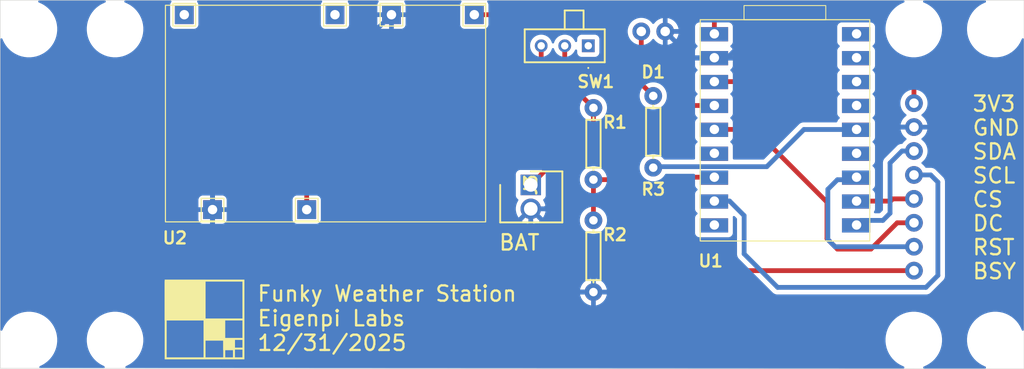
<source format=kicad_pcb>
(kicad_pcb (version 20241229) (generator "pcbnew") (generator_version "9.0")
  (title_block (title "Funky Weather Station") (date "2026-01-02") (rev "V1.10") (company "Eigenpi Labs"))
  (layers (0 "F.Cu" signal) (2 "B.Cu" signal) (13 "F.Paste" user) (15 "B.Paste" user) (5 "F.SilkS" user "F.Silkscreen") (7 "B.SilkS" user "B.Silkscreen") (1 "F.Mask" user) (3 "B.Mask" user) (25 "Edge.Cuts" user))
  (net 0 "")
  (net 1 "GND")
  (net 2 "/D{slash}C")
  (net 3 "/3.3V")
  (net 4 "/SDA")
  (net 6 "5V")
  (net 8 "Net-(U1-IO10)")
  (net 9 "/SCL")
  (net 11 "/BAT_LEVEL")
  (net 12 "/CS")
  (net 14 "/RES")
  (net 18 "/BUSY")
  (net 19 "/BAT_OUT")
  (net 20 "Net-(D1-A)")
  (net 24 "/BAT+")
  (footprint "SparkFun-Hardware:Standoff_Hole-2.75mm_Clearance-1.625mm" (layer "F.Cu") (at 189.992 99.06)
    (property "Reference" "ST2")
    (property "Value" "Standoff" (hide yes))
    (pad "" np_thru_hole circle (at 0 0) (size 2.75 2.75) (drill 2.75) (layers "*.Cu" "*.Mask") (clearance 1.625))
  )
  (footprint "SparkFun-Hardware:Standoff_Hole-2.75mm_Clearance-1.625mm" (layer "F.Cu") (at 96.52 99.06)
    (property "Reference" "ST5")
    (property "Value" "Standoff" (hide yes))
    (pad "" np_thru_hole circle (at 0 0) (size 2.75 2.75) (drill 2.75) (layers "*.Cu" "*.Mask") (clearance 1.625))
  )
  (footprint "SparkFun-Hardware:Standoff_Hole-2.75mm_Clearance-1.625mm" (layer "F.Cu") (at 87.376 132.08)
    (property "Reference" "ST4")
    (property "Value" "Standoff" (hide yes))
    (pad "" np_thru_hole circle (at 0 0) (size 2.75 2.75) (drill 2.75) (layers "*.Cu" "*.Mask") (clearance 1.625))
  )
  (footprint "SparkFun-Connector:1x08_P2.54mm" (layer "F.Cu") (at 181.356 106.934 -90)
    (property "Reference" "J1")
    (property "Value" "Conn_01x08" (hide yes))
    (pad "1" thru_hole circle (at 0 0) (size 1.8796 1.8796) (drill 1.016) (layers "*.Cu" "*.Mask") (net 3 "/3.3V"))
    (pad "2" thru_hole circle (at 2.54 0) (size 1.8796 1.8796) (drill 1.016) (layers "*.Cu" "*.Mask") (net 1 "GND"))
    (pad "3" thru_hole circle (at 5.08 0) (size 1.8796 1.8796) (drill 1.016) (layers "*.Cu" "*.Mask") (net 4 "/SDA"))
    (pad "4" thru_hole circle (at 7.62 0) (size 1.8796 1.8796) (drill 1.016) (layers "*.Cu" "*.Mask") (net 9 "/SCL"))
    (pad "5" thru_hole circle (at 10.16 0) (size 1.8796 1.8796) (drill 1.016) (layers "*.Cu" "*.Mask") (net 12 "/CS"))
    (pad "6" thru_hole circle (at 12.7 0) (size 1.8796 1.8796) (drill 1.016) (layers "*.Cu" "*.Mask") (net 2 "/D{slash}C"))
    (pad "7" thru_hole circle (at 15.24 0) (size 1.8796 1.8796) (drill 1.016) (layers "*.Cu" "*.Mask") (net 14 "/RES"))
    (pad "8" thru_hole circle (at 17.78 0) (size 1.8796 1.8796) (drill 1.016) (layers "*.Cu" "*.Mask") (net 18 "/BUSY"))
  )
  (footprint "SparkFun-Hardware:Standoff_Hole-2.75mm_Clearance-1.625mm" (layer "F.Cu") (at 96.52 132.08)
    (property "Reference" "ST8")
    (property "Value" "Standoff" (hide yes))
    (pad "" np_thru_hole circle (at 0 0) (size 2.75 2.75) (drill 2.75) (layers "*.Cu" "*.Mask") (clearance 1.625))
  )
  (footprint "SparkFun-Hardware:Standoff_Hole-2.75mm_Clearance-1.625mm" (layer "F.Cu") (at 181.336 132.08)
    (property "Reference" "ST7")
    (property "Value" "Standoff" (hide yes))
    (pad "" np_thru_hole circle (at 0 0) (size 2.75 2.75) (drill 2.75) (layers "*.Cu" "*.Mask") (clearance 1.625))
  )
  (footprint "SamacSys_Parts:SHDR2W87P0X254_1X2_493X635X1105P" (layer "F.Cu") (at 140.666 115.61275 -90)
    (property "Reference" "J3" (at 0 0 90) (layer "F.SilkS") (effects (font (size 1.27 1.27) (thickness 0.254))))
    (property "Value" "22-23-2021" (hide yes))
    (fp_line (start 0 3.25) (end 3.978 3.25) (stroke (width 0.2)) (layer "F.SilkS"))
    (fp_line (start 3.978 3.25) (end 3.978 -3.35) (stroke (width 0.2)) (layer "F.SilkS"))
    (fp_line (start -1.4375 -3.35) (end -1.4375 0) (stroke (width 0.2)) (layer "F.SilkS"))
    (fp_line (start 3.978 -3.35) (end -1.4375 -3.35) (stroke (width 0.2)) (layer "F.SilkS"))
    (pad "1" thru_hole rect (at 0 0 270) (size 2.175 2.175) (drill 1.45) (layers "*.Cu" "*.Mask") (net 19 "/BAT_OUT"))
    (pad "2" thru_hole circle (at 2.54 0 270) (size 2.175 2.175) (drill 1.45) (layers "*.Cu" "*.Mask") (net 1 "GND"))
  )
  (footprint "SparkFun-Resistor:R_Axial_DIN0207_L6.3mm_D2.5mm_P7.62mm_Horizontal" (layer "F.Cu") (at 153.67 109.982 90)
    (property "Reference" "R3" (at -6.096 0 180) (layer "F.SilkS") (effects (font (size 1.27 1.27) (thickness 0.254) (bold yes))))
    (property "Value" "330" (hide yes))
    (fp_line (start 2.55 -0.762) (end 2.55 0) (stroke (width 0.2032)) (layer "F.SilkS"))
    (fp_line (start -2.53 -0.762) (end 2.55 -0.762) (stroke (width 0.2032)) (layer "F.SilkS"))
    (fp_line (start 2.55 0) (end 2.804 0) (stroke (width 0.2032)) (layer "F.SilkS"))
    (fp_line (start 2.55 0) (end 2.55 0.762) (stroke (width 0.2032)) (layer "F.SilkS"))
    (fp_line (start -2.53 0) (end -2.53 -0.762) (stroke (width 0.2032)) (layer "F.SilkS"))
    (fp_line (start -2.53 0) (end -2.784 0) (stroke (width 0.2032)) (layer "F.SilkS"))
    (fp_line (start 2.55 0.762) (end -2.53 0.762) (stroke (width 0.2032)) (layer "F.SilkS"))
    (fp_line (start -2.53 0.762) (end -2.53 0) (stroke (width 0.2032)) (layer "F.SilkS"))
    (pad "1" thru_hole circle (at -3.8 0 90) (size 1.8796 1.8796) (drill 0.9) (layers "*.Cu" "*.Mask") (net 8 "Net-(U1-IO10)"))
    (pad "2" thru_hole circle (at 3.82 0 90) (size 1.8796 1.8796) (drill 0.9) (layers "*.Cu" "*.Mask") (net 20 "Net-(D1-A)"))
  )
  (footprint "SparkFun-Hardware:Standoff_Hole-2.75mm_Clearance-1.625mm" (layer "F.Cu") (at 87.376 99.06)
    (property "Reference" "ST1")
    (property "Value" "Standoff" (hide yes))
    (pad "" np_thru_hole circle (at 0 0) (size 2.75 2.75) (drill 2.75) (layers "*.Cu" "*.Mask") (clearance 1.625))
  )
  (footprint "SamacSys_Parts:MHSS1105A" (layer "F.Cu") (at 146.772 100.838 90)
    (property "Reference" "SW1" (at -3.81 0.802 180) (layer "F.SilkS") (effects (font (size 1.27 1.27) (thickness 0.254))))
    (property "Value" "MHSS1105A" (hide yes))
    (fp_line (start 1.75 -6.75) (end 1.75 1.75) (stroke (width 0.2)) (layer "F.SilkS"))
    (fp_line (start -1.75 -6.75) (end 1.75 -6.75) (stroke (width 0.2)) (layer "F.SilkS"))
    (fp_line (start 3.75 -2.5) (end 3.75 -0.5) (stroke (width 0.2)) (layer "F.SilkS"))
    (fp_line (start 1.75 -2.5) (end 3.75 -2.5) (stroke (width 0.2)) (layer "F.SilkS"))
    (fp_line (start 3.75 -0.5) (end 1.75 -0.5) (stroke (width 0.2)) (layer "F.SilkS"))
    (fp_line (start -2.3 0) (end -2.3 0) (stroke (width 0.1)) (layer "F.SilkS"))
    (fp_line (start -2.4 0) (end -2.4 0) (stroke (width 0.1)) (layer "F.SilkS"))
    (fp_line (start 1.75 1.75) (end -1.75 1.75) (stroke (width 0.2)) (layer "F.SilkS"))
    (fp_line (start -1.75 1.75) (end -1.75 -6.75) (stroke (width 0.2)) (layer "F.SilkS"))
    (fp_arc (start -2.3 0) (mid -2.35 0.05) (end -2.4 0) (stroke (width 0.1)) (layer "F.SilkS"))
    (fp_arc (start -2.4 0) (mid -2.35 -0.05) (end -2.3 0) (stroke (width 0.1)) (layer "F.SilkS"))
    (pad "1" thru_hole rect (at 0 0 90) (size 1.354 1.354) (drill 0.79) (layers "*.Cu" "*.Mask"))
    (pad "2" thru_hole circle (at 0 -2.5 90) (size 1.354 1.354) (drill 0.79) (layers "*.Cu" "*.Mask") (net 19 "/BAT_OUT"))
    (pad "3" thru_hole circle (at 0 -5 90) (size 1.354 1.354) (drill 0.79) (layers "*.Cu" "*.Mask") (net 24 "/BAT+"))
  )
  (footprint "SparkFun-Resistor:R_Axial_DIN0207_L6.3mm_D2.5mm_P7.62mm_Horizontal" (layer "F.Cu") (at 147.32 111.252 90)
    (property "Reference" "R1" (at 2.286 2.286 180) (layer "F.SilkS") (effects (font (size 1.27 1.27) (thickness 0.254) (bold yes))))
    (property "Value" "10k" (hide yes))
    (fp_line (start 2.55 -0.762) (end 2.55 0) (stroke (width 0.2032)) (layer "F.SilkS"))
    (fp_line (start -2.53 -0.762) (end 2.55 -0.762) (stroke (width 0.2032)) (layer "F.SilkS"))
    (fp_line (start 2.55 0) (end 2.804 0) (stroke (width 0.2032)) (layer "F.SilkS"))
    (fp_line (start 2.55 0) (end 2.55 0.762) (stroke (width 0.2032)) (layer "F.SilkS"))
    (fp_line (start -2.53 0) (end -2.53 -0.762) (stroke (width 0.2032)) (layer "F.SilkS"))
    (fp_line (start -2.53 0) (end -2.784 0) (stroke (width 0.2032)) (layer "F.SilkS"))
    (fp_line (start 2.55 0.762) (end -2.53 0.762) (stroke (width 0.2032)) (layer "F.SilkS"))
    (fp_line (start -2.53 0.762) (end -2.53 0) (stroke (width 0.2032)) (layer "F.SilkS"))
    (pad "1" thru_hole circle (at -3.8 0 90) (size 1.8796 1.8796) (drill 0.9) (layers "*.Cu" "*.Mask") (net 11 "/BAT_LEVEL"))
    (pad "2" thru_hole circle (at 3.82 0 90) (size 1.8796 1.8796) (drill 0.9) (layers "*.Cu" "*.Mask") (net 19 "/BAT_OUT"))
  )
  (footprint "SparkFun-LED:LED_5mm_PTH_Red_NoSilk" (layer "F.Cu") (at 153.67 99.314)
    (property "Reference" "D1" (at 0 4.318 0) (layer "F.SilkS") (effects (font (size 1.27 1.27) (thickness 0.254) (bold yes))))
    (property "Value" "Red" (hide yes))
    (pad "1" thru_hole circle (at 1.27 0) (size 1.8796 1.8796) (drill 1.016) (layers "*.Cu" "*.Mask") (net 1 "GND"))
    (pad "2" thru_hole circle (at -1.27 0) (size 1.8796 1.8796) (drill 1.016) (layers "*.Cu" "*.Mask") (net 20 "Net-(D1-A)"))
  )
  (footprint "Waveshare:Waveshare-ESP32-C3-Zero" (layer "F.Cu") (at 167.16 109.568)
    (property "Reference" "U1" (at -7.394 14.125 0) (layer "F.SilkS") (effects (font (size 1.27 1.27) (thickness 0.254) (bold yes))))
    (property "Value" "ESP32-S3-Zero")
    (fp_rect (start -8.5 -11.5) (end 9.5 12) (stroke (width 0.12)) (fill no) (layer "F.SilkS"))
    (fp_rect (start -3.85 -11.5) (end 4.83 -13) (stroke (width 0.1)) (fill no) (layer "F.SilkS"))
    (pad "1" thru_hole rect (at -7 -10) (size 3.01 1.51) (drill 1 (offset -0.045 0.045)) (layers "*.Cu" "*.Mask") (net 6 "5V"))
    (pad "2" thru_hole rect (at -7 -7.4625) (size 3.01 1.51) (drill 1 (offset -0.045 0.045)) (layers "*.Cu" "*.Mask") (net 1 "GND"))
    (pad "3" thru_hole rect (at -7 -4.925) (size 3.01 1.51) (drill 1 (offset -0.045 0.045)) (layers "*.Cu" "*.Mask") (net 3 "/3.3V"))
    (pad "4" thru_hole rect (at -7 -2.3875) (size 3.01 1.51) (drill 1 (offset -0.045 0.045)) (layers "*.Cu" "*.Mask") (net 11 "/BAT_LEVEL"))
    (pad "5" thru_hole rect (at -7 0.15) (size 3.01 1.51) (drill 1 (offset -0.045 0.045)) (layers "*.Cu" "*.Mask") (net 2 "/D{slash}C"))
    (pad "6" thru_hole rect (at -7 2.6875) (size 3.01 1.51) (drill 1 (offset -0.045 0.045)) (layers "*.Cu" "*.Mask"))
    (pad "7" thru_hole rect (at -7 5.225) (size 3.01 1.51) (drill 1 (offset -0.045 0.045)) (layers "*.Cu" "*.Mask") (net 18 "/BUSY"))
    (pad "8" thru_hole rect (at -7 7.7625) (size 3.01 1.51) (drill 1 (offset -0.045 0.045)) (layers "*.Cu" "*.Mask") (net 9 "/SCL"))
    (pad "9" thru_hole rect (at -7 10.3) (size 3.01 1.51) (drill 1 (offset -0.045 0.045)) (layers "*.Cu" "*.Mask"))
    (pad "10" thru_hole rect (at 8.1 10.3) (size 3.01 1.51) (drill 1 (offset -0.045 0.045)) (layers "*.Cu" "*.Mask") (net 4 "/SDA"))
    (pad "11" thru_hole rect (at 8.1 7.7625) (size 3.01 1.51) (drill 1 (offset -0.045 0.045)) (layers "*.Cu" "*.Mask") (net 12 "/CS"))
    (pad "12" thru_hole rect (at 8.1 5.225) (size 3.01 1.51) (drill 1 (offset -0.045 0.045)) (layers "*.Cu" "*.Mask") (net 14 "/RES"))
    (pad "13" thru_hole rect (at 8.1 2.6875) (size 3.01 1.51) (drill 1 (offset -0.045 0.045)) (layers "*.Cu" "*.Mask"))
    (pad "14" thru_hole rect (at 8.1 0.15) (size 3.01 1.51) (drill 1 (offset -0.045 0.045)) (layers "*.Cu" "*.Mask") (net 8 "Net-(U1-IO10)"))
    (pad "15" thru_hole rect (at 8.1 -2.3875) (size 3.01 1.51) (drill 1 (offset -0.045 0.045)) (layers "*.Cu" "*.Mask"))
    (pad "16" thru_hole rect (at 8.1 -4.925) (size 3.01 1.51) (drill 1 (offset -0.045 0.045)) (layers "*.Cu" "*.Mask"))
    (pad "17" thru_hole rect (at 8.1 -7.4625) (size 3.01 1.51) (drill 1 (offset -0.045 0.045)) (layers "*.Cu" "*.Mask"))
    (pad "18" thru_hole rect (at 8.1 -10) (size 3.01 1.51) (drill 1 (offset -0.045 0.045)) (layers "*.Cu" "*.Mask"))
    (zone (net 0) (net_name "") (layers "F.Cu" "B.Cu") (connect_pads (clearance 0)) (min_thickness 0.25)
      (keepout (tracks not_allowed) (vias not_allowed) (pads not_allowed) (copperpour not_allowed) (footprints not_allowed))
      (fill (thermal_gap 0.5) (thermal_bridge_width 0.5))
      (polygon (pts (xy 163.66 117.947449) (xy 171.66 117.947449) (xy 171.66 122.447449) (xy 163.66 122.447449)))
    )
  )
  (footprint "SparkFun-Hardware:Standoff_Hole-2.75mm_Clearance-1.625mm" (layer "F.Cu") (at 181.336 99.06)
    (property "Reference" "ST6")
    (property "Value" "Standoff" (hide yes))
    (pad "" np_thru_hole circle (at 0 0) (size 2.75 2.75) (drill 2.75) (layers "*.Cu" "*.Mask") (clearance 1.625))
  )
  (footprint "SparkFun-Resistor:R_Axial_DIN0207_L6.3mm_D2.5mm_P7.62mm_Horizontal" (layer "F.Cu") (at 147.32 123.19 90)
    (property "Reference" "R2" (at 2.286 2.286 180) (layer "F.SilkS") (effects (font (size 1.27 1.27) (thickness 0.254) (bold yes))))
    (property "Value" "10k" (hide yes))
    (fp_line (start 2.55 -0.762) (end 2.55 0) (stroke (width 0.2032)) (layer "F.SilkS"))
    (fp_line (start -2.53 -0.762) (end 2.55 -0.762) (stroke (width 0.2032)) (layer "F.SilkS"))
    (fp_line (start 2.55 0) (end 2.804 0) (stroke (width 0.2032)) (layer "F.SilkS"))
    (fp_line (start 2.55 0) (end 2.55 0.762) (stroke (width 0.2032)) (layer "F.SilkS"))
    (fp_line (start -2.53 0) (end -2.53 -0.762) (stroke (width 0.2032)) (layer "F.SilkS"))
    (fp_line (start -2.53 0) (end -2.784 0) (stroke (width 0.2032)) (layer "F.SilkS"))
    (fp_line (start 2.55 0.762) (end -2.53 0.762) (stroke (width 0.2032)) (layer "F.SilkS"))
    (fp_line (start -2.53 0.762) (end -2.53 0) (stroke (width 0.2032)) (layer "F.SilkS"))
    (pad "1" thru_hole circle (at -3.8 0 90) (size 1.8796 1.8796) (drill 0.9) (layers "*.Cu" "*.Mask") (net 1 "GND"))
    (pad "2" thru_hole circle (at 3.82 0 90) (size 1.8796 1.8796) (drill 0.9) (layers "*.Cu" "*.Mask") (net 11 "/BAT_LEVEL"))
  )
  (footprint "Eigenpi:Battery_Charger_V1_TP4056" (layer "F.Cu") (at 101.872 96.536 -90)
    (property "Reference" "U2" (at 24.708 -0.998 0) (layer "F.SilkS") (effects (font (size 1.27 1.27) (thickness 0.254) (bold yes))))
    (property "Value" "Battery_Charger_V1_TP4056" (hide yes))
    (fp_line (start -0.2 -0.8) (end -0.2 -3.2) (stroke (width 0.12)) (layer "F.SilkS"))
    (fp_line (start 2.2 -0.8) (end -0.2 -0.8) (stroke (width 0.12)) (layer "F.SilkS"))
    (fp_line (start -0.2 -3.2) (end 2.2 -3.2) (stroke (width 0.12)) (layer "F.SilkS"))
    (fp_line (start 2.2 -3.2) (end 2.2 -0.8) (stroke (width 0.12)) (layer "F.SilkS"))
    (fp_line (start 20.5 -3.8) (end 20.5 -6.2) (stroke (width 0.12)) (layer "F.SilkS"))
    (fp_line (start 22.9 -3.8) (end 20.5 -3.8) (stroke (width 0.12)) (layer "F.SilkS"))
    (fp_line (start 20.5 -6.2) (end 22.9 -6.2) (stroke (width 0.12)) (layer "F.SilkS"))
    (fp_line (start 22.9 -6.2) (end 22.9 -3.8) (stroke (width 0.12)) (layer "F.SilkS"))
    (fp_line (start 20.5 -13.8) (end 20.5 -16.2) (stroke (width 0.12)) (layer "F.SilkS"))
    (fp_line (start 22.9 -13.8) (end 20.5 -13.8) (stroke (width 0.12)) (layer "F.SilkS"))
    (fp_line (start 20.5 -16.2) (end 22.9 -16.2) (stroke (width 0.12)) (layer "F.SilkS"))
    (fp_line (start 22.9 -16.2) (end 22.9 -13.8) (stroke (width 0.12)) (layer "F.SilkS"))
    (fp_line (start -0.2 -16.8) (end -0.2 -19.2) (stroke (width 0.12)) (layer "F.SilkS"))
    (fp_line (start 2.2 -16.8) (end -0.2 -16.8) (stroke (width 0.12)) (layer "F.SilkS"))
    (fp_line (start -0.2 -19.2) (end 2.2 -19.2) (stroke (width 0.12)) (layer "F.SilkS"))
    (fp_line (start 2.2 -19.2) (end 2.2 -16.8) (stroke (width 0.12)) (layer "F.SilkS"))
    (fp_line (start -0.2 -22.8) (end -0.2 -25.2) (stroke (width 0.12)) (layer "F.SilkS"))
    (fp_line (start 2.2 -22.8) (end -0.2 -22.8) (stroke (width 0.12)) (layer "F.SilkS"))
    (fp_line (start -0.2 -25.2) (end 2.2 -25.2) (stroke (width 0.12)) (layer "F.SilkS"))
    (fp_line (start 2.2 -25.2) (end 2.2 -22.8) (stroke (width 0.12)) (layer "F.SilkS"))
    (fp_line (start -0.2 -31.6) (end -0.2 -34) (stroke (width 0.12)) (layer "F.SilkS"))
    (fp_line (start 2.2 -31.6) (end -0.2 -31.6) (stroke (width 0.12)) (layer "F.SilkS"))
    (fp_line (start -0.2 -34) (end 2.2 -34) (stroke (width 0.12)) (layer "F.SilkS"))
    (fp_line (start 2.2 -34) (end 2.2 -31.6) (stroke (width 0.12)) (layer "F.SilkS"))
    (fp_rect (start 0 -34) (end 23 0) (stroke (width 0.12)) (fill no) (layer "F.SilkS"))
    (pad "1" thru_hole rect (at 1 -32.8 270) (size 2 2) (drill 1) (layers "*.Cu" "*.Mask") (net 6 "5V"))
    (pad "2" thru_hole rect (at 1 -24 270) (size 2 2) (drill 1) (layers "*.Cu" "*.Mask") (net 1 "GND"))
    (pad "3" thru_hole rect (at 1 -18 270) (size 2 2) (drill 1) (layers "*.Cu" "*.Mask"))
    (pad "4" thru_hole rect (at 1 -2 270) (size 2 2) (drill 1) (layers "*.Cu" "*.Mask"))
    (pad "5" thru_hole rect (at 21.7 -5 270) (size 2 2) (drill 1) (layers "*.Cu" "*.Mask") (net 1 "GND"))
    (pad "6" thru_hole rect (at 21.7 -15 270) (size 2 2) (drill 1) (layers "*.Cu" "*.Mask") (net 24 "/BAT+"))
  )
  (footprint "SparkFun-Hardware:Standoff_Hole-2.75mm_Clearance-1.625mm" (layer "F.Cu") (at 189.992 132.08)
    (property "Reference" "ST3")
    (property "Value" "Standoff" (hide yes))
    (pad "" np_thru_hole circle (at 0 0) (size 2.75 2.75) (drill 2.75) (layers "*.Cu" "*.Mask") (clearance 1.625))
  )
  (gr_poly (pts (xy 110.257166 134.133712) (xy 101.7905 134.133712) (xy 101.7905 133.922046) (xy 102.002167 133.922046) (xy 105.918 133.922046) (xy 106.129666 133.922046) (xy 108.008208 133.922046) (xy 108.219875 133.922046) (xy 109.040083 133.922046) (xy 109.25175 133.922046) (xy 110.0455 133.922046) (xy 110.0455 133.101838) (xy 109.25175 133.101838) (xy 109.25175 133.922046) (xy 109.040083 133.922046) (xy 109.040083 133.154754) (xy 108.219875 133.154754) (xy 108.219875 133.922046) (xy 108.008208 133.922046) (xy 108.008208 132.890171) (xy 109.25175 132.890171) (xy 110.0455 132.890171) (xy 110.0455 132.069962) (xy 109.25175 132.069962) (xy 109.25175 132.890171) (xy 108.008208 132.890171) (xy 108.008208 132.149337) (xy 106.129666 132.149337) (xy 106.129666 133.922046) (xy 105.918 133.922046) (xy 105.918 131.858296) (xy 108.219875 131.858296) (xy 110.0455 131.858296) (xy 110.0455 130.006212) (xy 108.219875 130.006212) (xy 108.219875 131.858296) (xy 105.918 131.858296) (xy 105.918 130.006212) (xy 102.002167 130.006212) (xy 102.002167 133.922046) (xy 101.7905 133.922046) (xy 101.7905 129.794546) (xy 106.129666 129.794546) (xy 110.0455 129.794546) (xy 110.0455 125.878713) (xy 106.129666 125.878713) (xy 106.129666 129.794546) (xy 101.7905 129.794546) (xy 101.7905 125.667046) (xy 110.257166 125.667046)) (fill yes) (layer "F.SilkS"))
  (gr_poly (pts (xy 106.129666 129.794546) (xy 105.918 129.794546) (xy 105.918 130.006212) (xy 101.7905 130.006212) (xy 101.7905 129.794546) (xy 102.002167 129.794546) (xy 105.918 129.794546) (xy 105.918 126.037463) (xy 102.002167 126.037463) (xy 102.002167 129.794546) (xy 101.7905 129.794546) (xy 101.7905 125.825796) (xy 106.129666 125.825796)) (fill yes) (layer "F.SilkS"))
  (gr_poly (pts (xy 109.25175 132.890171) (xy 109.040083 132.890171) (xy 109.040083 132.122879) (xy 108.219875 132.122879) (xy 108.219875 132.943087) (xy 109.040083 132.943087) (xy 109.040083 133.154754) (xy 108.008208 133.154754) (xy 108.008208 131.911212) (xy 109.25175 131.911212)) (fill yes) (layer "F.SilkS"))
  (gr_line (start 84.328 96.012) (end 193.04 96.012) (stroke (width 0.05)) (layer "Edge.Cuts"))
  (gr_line (start 193.04 96.012) (end 193.04 135.128) (stroke (width 0.05)) (layer "Edge.Cuts"))
  (gr_line (start 84.328 96.012) (end 84.328 135.08) (stroke (width 0.05)) (layer "Edge.Cuts"))
  (gr_line (start 193.04 135.128) (end 84.328 135.08) (stroke (width 0.05)) (layer "Edge.Cuts"))
  (gr_text "Funky Weather Station\nEigenpi Labs\n12/31/2025" (at 111.506 133.35 0) (layer "F.SilkS") (effects (font (size 1.6256 1.6256) (thickness 0.24384) (bold yes)) (justify left bottom)))
  (gr_text "3V3" (at 187.452 107.95 0) (layer "F.SilkS") (effects (font (size 1.6256 1.6256) (thickness 0.24384) (bold yes)) (justify left bottom)))
  (gr_text "SCL" (at 187.452 115.57 0) (layer "F.SilkS") (effects (font (size 1.6256 1.6256) (thickness 0.24384) (bold yes)) (justify left bottom)))
  (gr_text "DC" (at 187.452 120.65 0) (layer "F.SilkS") (effects (font (size 1.6256 1.6256) (thickness 0.24384) (bold yes)) (justify left bottom)))
  (gr_text "SDA" (at 187.452 113.03 0) (layer "F.SilkS") (effects (font (size 1.6256 1.6256) (thickness 0.24384) (bold yes)) (justify left bottom)))
  (gr_text "RST" (at 187.452 123.19 0) (layer "F.SilkS") (effects (font (size 1.6256 1.6256) (thickness 0.24384) (bold yes)) (justify left bottom)))
  (gr_text "BSY" (at 187.452 125.73 0) (layer "F.SilkS") (effects (font (size 1.6256 1.6256) (thickness 0.24384) (bold yes)) (justify left bottom)))
  (gr_text "GND" (at 187.452 110.49 0) (layer "F.SilkS") (effects (font (size 1.6256 1.6256) (thickness 0.24384) (bold yes)) (justify left bottom)))
  (gr_text "CS" (at 187.452 118.11 0) (layer "F.SilkS") (effects (font (size 1.6256 1.6256) (thickness 0.24384) (bold yes)) (justify left bottom)))
  (gr_text "BAT" (at 137.16 122.682 0) (layer "F.SilkS") (effects (font (size 1.6256 1.6256) (thickness 0.24384) (bold yes)) (justify left bottom)))
  (segment (start 147.584 127.254) (end 147.32 126.99) (width 0.508) (layer "F.Cu") (net 1))
  (segment (start 151.13 112.522) (end 145.542 112.522) (width 0.508) (layer "B.Cu") (net 1))
  (segment (start 108.458 122.174) (end 140.412 122.174) (width 0.508) (layer "B.Cu") (net 1))
  (segment (start 106.872 116.536) (end 125.872 97.536) (width 0.508) (layer "B.Cu") (net 1))
  (segment (start 160.16 102.1055) (end 156.7205 102.1055) (width 0.508) (layer "B.Cu") (net 1))
  (segment (start 145.542 112.522) (end 143.51 114.554) (width 0.508) (layer "B.Cu") (net 1))
  (segment (start 156.464 100.838) (end 156.464 102.362) (width 0.508) (layer "B.Cu") (net 1))
  (segment (start 178.054 108.204) (end 179.324 109.474) (width 0.508) (layer "B.Cu") (net 1))
  (segment (start 178.054 97.79) (end 178.054 108.204) (width 0.508) (layer "B.Cu") (net 1))
  (segment (start 140.666 122.428) (end 140.666 125.426) (width 0.508) (layer "B.Cu") (net 1))
  (segment (start 156.464 107.188) (end 151.13 112.522) (width 0.508) (layer "B.Cu") (net 1))
  (segment (start 167.132 96.52) (end 176.784 96.52) (width 0.508) (layer "B.Cu") (net 1))
  (segment (start 142.24 127) (end 142.25 126.99) (width 0.508) (layer "B.Cu") (net 1))
  (segment (start 160.16 102.1055) (end 161.5465 102.1055) (width 0.508) (layer "B.Cu") (net 1))
  (segment (start 140.412 122.174) (end 140.666 122.428) (width 0.508) (layer "B.Cu") (net 1))
  (segment (start 140.666 125.426) (end 142.24 127) (width 0.508) (layer "B.Cu") (net 1))
  (segment (start 179.324 109.474) (end 181.356 109.474) (width 0.508) (layer "B.Cu") (net 1))
  (segment (start 156.464 102.362) (end 156.464 107.188) (width 0.508) (layer "B.Cu") (net 1))
  (segment (start 143.51 116.846707) (end 142.203957 118.15275) (width 0.508) (layer "B.Cu") (net 1))
  (segment (start 106.872 118.236) (end 106.872 120.588) (width 0.508) (layer "B.Cu") (net 1))
  (segment (start 143.51 114.554) (end 143.51 116.846707) (width 0.508) (layer "B.Cu") (net 1))
  (segment (start 140.666 118.15275) (end 140.666 122.428) (width 0.508) (layer "B.Cu") (net 1))
  (segment (start 154.94 99.314) (end 156.464 100.838) (width 0.508) (layer "B.Cu") (net 1))
  (segment (start 156.7205 102.1055) (end 156.464 102.362) (width 0.508) (layer "B.Cu") (net 1))
  (segment (start 142.203957 118.15275) (end 140.666 118.15275) (width 0.508) (layer "B.Cu") (net 1))
  (segment (start 176.784 96.52) (end 178.054 97.79) (width 0.508) (layer "B.Cu") (net 1))
  (segment (start 161.5465 102.1055) (end 167.132 96.52) (width 0.508) (layer "B.Cu") (net 1))
  (segment (start 106.872 118.236) (end 106.872 116.536) (width 0.508) (layer "B.Cu") (net 1))
  (segment (start 106.872 120.588) (end 108.458 122.174) (width 0.508) (layer "B.Cu") (net 1))
  (segment (start 142.25 126.99) (end 147.32 126.99) (width 0.508) (layer "B.Cu") (net 1))
  (segment (start 176.784 122.428) (end 173.228 122.428) (width 0.508) (layer "F.Cu") (net 2))
  (segment (start 172.12 121.32) (end 172.12 117.438) (width 0.508) (layer "F.Cu") (net 2))
  (segment (start 173.228 122.428) (end 172.12 121.32) (width 0.508) (layer "F.Cu") (net 2))
  (segment (start 164.4 109.718) (end 172.12 117.438) (width 0.508) (layer "F.Cu") (net 2))
  (segment (start 160.16 109.718) (end 164.4 109.718) (width 0.508) (layer "F.Cu") (net 2))
  (segment (start 179.578 119.634) (end 176.784 122.428) (width 0.508) (layer "F.Cu") (net 2))
  (segment (start 181.356 119.634) (end 179.578 119.634) (width 0.508) (layer "F.Cu") (net 2))
  (segment (start 181.356 106.934) (end 181.356 104.648) (width 0.508) (layer "F.Cu") (net 3))
  (segment (start 181.356 104.648) (end 177.8 101.092) (width 0.508) (layer "F.Cu") (net 3))
  (segment (start 164.846 100.076) (end 164.846 102.87) (width 0.508) (layer "F.Cu") (net 3))
  (segment (start 167.64 97.282) (end 164.846 100.076) (width 0.508) (layer "F.Cu") (net 3))
  (segment (start 163.073 104.643) (end 160.16 104.643) (width 0.508) (layer "F.Cu") (net 3))
  (segment (start 177.8 101.092) (end 177.8 98.552) (width 0.508) (layer "F.Cu") (net 3))
  (segment (start 176.53 97.282) (end 167.64 97.282) (width 0.508) (layer "F.Cu") (net 3))
  (segment (start 177.8 98.552) (end 176.53 97.282) (width 0.508) (layer "F.Cu") (net 3))
  (segment (start 164.846 102.87) (end 163.073 104.643) (width 0.508) (layer "F.Cu") (net 3))
  (segment (start 175.26 119.868) (end 175.404 119.724) (width 0.508) (layer "F.Cu") (net 4))
  (segment (start 175.26 119.868) (end 175.748 119.38) (width 0.508) (layer "F.Cu") (net 4))
  (segment (start 175.37 119.978) (end 175.26 119.868) (width 0.508) (layer "F.Cu") (net 4))
  (segment (start 175.26 119.868) (end 175.748 119.38) (width 0.508) (layer "B.Cu") (net 4))
  (segment (start 178.816 118.618) (end 178.816 113.284) (width 0.508) (layer "B.Cu") (net 4))
  (segment (start 175.748 119.38) (end 178.054 119.38) (width 0.508) (layer "B.Cu") (net 4))
  (segment (start 180.086 112.014) (end 181.356 112.014) (width 0.508) (layer "B.Cu") (net 4))
  (segment (start 178.816 113.284) (end 180.086 112.014) (width 0.508) (layer "B.Cu") (net 4))
  (segment (start 178.054 119.38) (end 178.816 118.618) (width 0.508) (layer "B.Cu") (net 4))
  (segment (start 160.16 99.568) (end 160.16 98.184) (width 0.508) (layer "F.Cu") (net 6))
  (segment (start 159.512 97.536) (end 160.16 98.184) (width 0.508) (layer "F.Cu") (net 6))
  (segment (start 134.672 97.536) (end 159.512 97.536) (width 0.508) (layer "F.Cu") (net 6))
  (segment (start 169.672 109.728) (end 165.7244 113.6756) (width 0.508) (layer "B.Cu") (net 8))
  (segment (start 165.7244 113.6756) (end 153.7764 113.6756) (width 0.508) (layer "B.Cu") (net 8))
  (segment (start 175.25 109.728) (end 175.26 109.718) (width 0.508) (layer "B.Cu") (net 8))
  (segment (start 169.672 109.728) (end 175.25 109.728) (width 0.508) (layer "B.Cu") (net 8))
  (segment (start 153.7764 113.6756) (end 153.67 113.782) (width 0.508) (layer "B.Cu") (net 8))
  (segment (start 163.322 122.936) (end 166.878 126.492) (width 0.508) (layer "B.Cu") (net 9))
  (segment (start 181.356 114.554) (end 183.134 114.554) (width 0.508) (layer "B.Cu") (net 9))
  (segment (start 183.134 114.554) (end 183.896 115.316) (width 0.508) (layer "B.Cu") (net 9))
  (segment (start 160.16 117.3305) (end 161.7805 117.3305) (width 0.508) (layer "B.Cu") (net 9))
  (segment (start 183.896 125.222) (end 182.626 126.492) (width 0.508) (layer "B.Cu") (net 9))
  (segment (start 166.878 126.492) (end 182.626 126.492) (width 0.508) (layer "B.Cu") (net 9))
  (segment (start 183.896 115.316) (end 183.896 125.222) (width 0.508) (layer "B.Cu") (net 9))
  (segment (start 163.322 118.872) (end 163.322 122.936) (width 0.508) (layer "B.Cu") (net 9))
  (segment (start 161.7805 117.3305) (end 163.322 118.872) (width 0.508) (layer "B.Cu") (net 9))
  (segment (start 160.16 107.1805) (end 157.2335 107.1805) (width 0.508) (layer "F.Cu") (net 11))
  (segment (start 149.362 115.052) (end 147.32 115.052) (width 0.508) (layer "F.Cu") (net 11))
  (segment (start 147.32 115.052) (end 147.32 118.354) (width 0.508) (layer "F.Cu") (net 11))
  (segment (start 157.2335 107.1805) (end 149.362 115.052) (width 0.508) (layer "F.Cu") (net 11))
  (segment (start 179.107 117.094) (end 178.8705 117.3305) (width 0.508) (layer "F.Cu") (net 12))
  (segment (start 175.26 117.3305) (end 178.8705 117.3305) (width 0.508) (layer "F.Cu") (net 12))
  (segment (start 181.356 117.094) (end 179.107 117.094) (width 0.508) (layer "F.Cu") (net 12))
  (segment (start 172.974 122.174) (end 172.212 121.412) (width 0.508) (layer "B.Cu") (net 14))
  (segment (start 172.212 121.412) (end 172.212 116.078) (width 0.508) (layer "B.Cu") (net 14))
  (segment (start 172.212 116.078) (end 173.228 115.062) (width 0.508) (layer "B.Cu") (net 14))
  (segment (start 173.228 115.062) (end 174.991 115.062) (width 0.508) (layer "B.Cu") (net 14))
  (segment (start 181.356 122.174) (end 172.974 122.174) (width 0.508) (layer "B.Cu") (net 14))
  (segment (start 174.991 115.062) (end 175.26 114.793) (width 0.508) (layer "B.Cu") (net 14))
  (segment (start 157.749 114.793) (end 156.972 115.57) (width 0.508) (layer "F.Cu") (net 18))
  (segment (start 160.16 114.793) (end 157.749 114.793) (width 0.508) (layer "F.Cu") (net 18))
  (segment (start 158.75 124.714) (end 181.356 124.714) (width 0.508) (layer "F.Cu") (net 18))
  (segment (start 156.972 115.57) (end 156.972 122.936) (width 0.508) (layer "F.Cu") (net 18))
  (segment (start 156.972 122.936) (end 158.75 124.714) (width 0.508) (layer "F.Cu") (net 18))
  (segment (start 147.32 107.432) (end 144.272 104.384) (width 0.508) (layer "F.Cu") (net 19))
  (segment (start 140.666 115.61275) (end 147.32 108.95875) (width 0.508) (layer "F.Cu") (net 19))
  (segment (start 147.32 108.95875) (end 147.32 107.432) (width 0.508) (layer "F.Cu") (net 19))
  (segment (start 144.272 104.384) (end 144.272 100.838) (width 0.508) (layer "F.Cu") (net 19))
  (segment (start 152.4 104.892) (end 152.4 99.314) (width 0.508) (layer "F.Cu") (net 20))
  (segment (start 153.67 106.162) (end 152.4 104.892) (width 0.508) (layer "F.Cu") (net 20))
  (segment (start 116.872 114.84) (end 116.872 118.236) (width 0.508) (layer "F.Cu") (net 24))
  (segment (start 121.158 110.49) (end 116.84 114.808) (width 0.508) (layer "F.Cu") (net 24))
  (segment (start 141.772 100.838) (end 141.772 104.354) (width 0.508) (layer "F.Cu") (net 24))
  (segment (start 135.636 110.49) (end 121.158 110.49) (width 0.508) (layer "F.Cu") (net 24))
  (segment (start 141.772 104.354) (end 135.636 110.49) (width 0.508) (layer "F.Cu") (net 24))
  (segment (start 116.84 114.808) (end 116.872 114.84) (width 0.508) (layer "F.Cu") (net 24))
  (zone (net 1) (net_name "GND") (layer "B.Cu") (connect_pads (clearance 0.5)) (min_thickness 0.25) (fill yes (thermal_gap 0.5) (thermal_bridge_width 0.5))
    (polygon (pts (xy 84.328 96.012) (xy 193.04 96.012) (xy 193.04 135.128) (xy 84.328 135.08)))
  )
)
</source>
